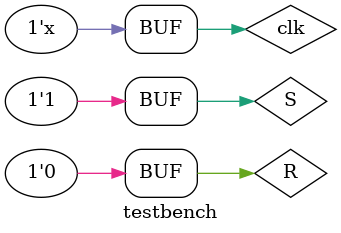
<source format=v>

module testbench ;
 
 reg S, R, clk;
 wire Qn ,Qnbar ;
  
 always #75 clk =~clk ;
 
 sr_ff f(S, R, clk,  Qn, Qnbar);

 initial begin
  S = 1 ; R = 0 ;  clk =0;
 #100  S = 1 ; R = 0 ; 
 #100 S = 0 ; R = 0 ; 
 #100 S = 0 ; R = 1;
 #100 S = 1 ; R = 1;
 #100 S = 1 ; R = 0;
 #100 S = 0 ; R = 1;
 #100 S = 0 ; R = 0;
 #100 S = 1 ; R = 1;
 #100 S = 1 ; R = 0;
 end
 
endmodule

</source>
